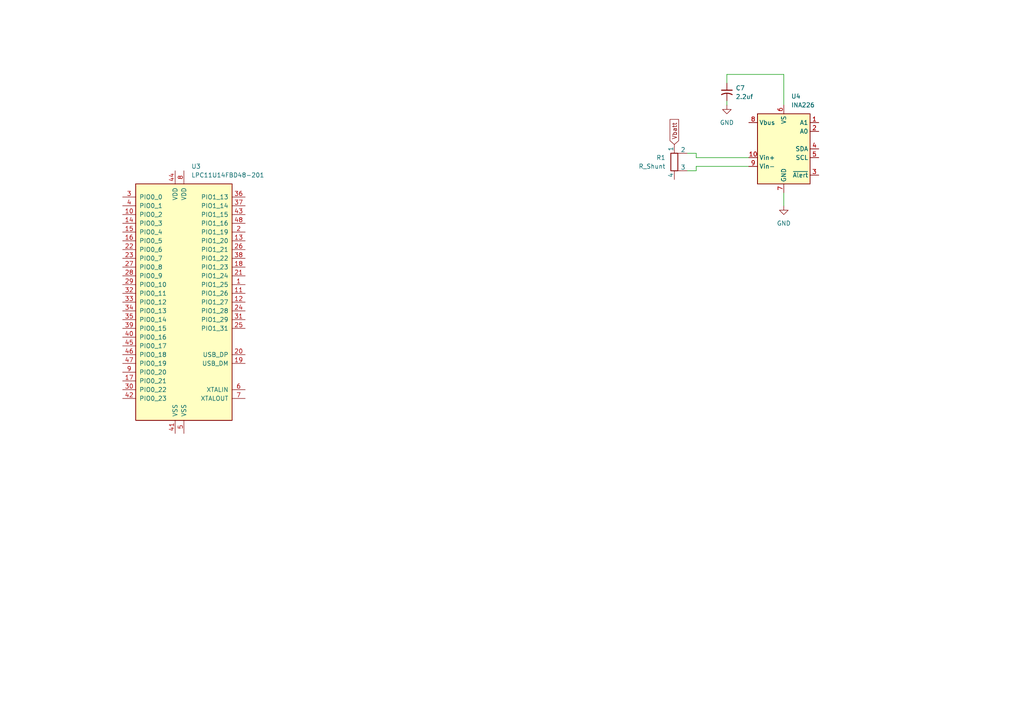
<source format=kicad_sch>
(kicad_sch (version 20250114) (generator "eeschema") (generator_version "9.0")
  (paper "A4")
  (lib_symbols
    (symbol "Device:C_Small_US" (pin_numbers (hide yes)) (pin_names (offset 0.254) (hide yes))
      (property "Reference" "C" (at 0.254 1.778 0))
      (property "Value" "C_Small_US" (at 0.254 -2.032 0))
      (symbol "C_Small_US_0_1"
        (polyline (pts (xy -1.524 0.508) (xy 1.524 0.508)) (stroke (width 0.3048)))
        (arc (start -1.524 -0.762) (mid 0 -0.3734) (end 1.524 -0.762) (stroke (width 0.3048)))
      )
      (symbol "C_Small_US_1_1"
        (pin passive line (at 0 2.54 270) (length 2.032) (name "~") (number "1"))
        (pin passive line (at 0 -2.54 90) (length 2.032) (name "~") (number "2"))
      )
    )
    (symbol "Device:R_Shunt" (pin_numbers (hide yes)) (pin_names (offset 0))
      (property "Reference" "R" (at -4.445 0 90))
      (property "Value" "R_Shunt" (at -2.54 0 90))
      (symbol "R_Shunt_0_1"
        (rectangle (start -1.016 -2.54) (end 1.016 2.54) (stroke (width 0.254)))
        (polyline (pts (xy 0 -2.54) (xy 1.27 -2.54)))
        (polyline (pts (xy 1.27 2.54) (xy 0 2.54)))
      )
      (symbol "R_Shunt_1_1"
        (pin passive line (at 0 5.08 270) (length 2.54) (name "1") (number "1"))
        (pin passive line (at 0 -5.08 90) (length 2.54) (name "4") (number "4"))
        (pin passive line (at 3.81 2.54 180) (length 2.54) (name "2") (number "2"))
        (pin passive line (at 3.81 -2.54 180) (length 2.54) (name "3") (number "3"))
      )
    )
    (symbol "MCU_NXP_LPC:LPC11U14FBD48-201" (pin_names (offset 1.016))
      (property "Reference" "U" (at -12.7 35.56 0))
      (property "Value" "LPC11U14FBD48-201" (at 12.7 35.56 0))
      (symbol "LPC11U14FBD48-201_0_1"
        (rectangle (start -13.97 34.29) (end 13.97 -34.29) (stroke (width 0.254)) (fill (type background)))
      )
      (symbol "LPC11U14FBD48-201_1_1"
        (pin bidirectional line (at -17.78 30.48 0) (length 3.81) (name "PIO0_0") (number "3"))
        (pin bidirectional line (at -17.78 27.94 0) (length 3.81) (name "PIO0_1") (number "4"))
        (pin bidirectional line (at -17.78 25.4 0) (length 3.81) (name "PIO0_2") (number "10"))
        (pin bidirectional line (at -17.78 22.86 0) (length 3.81) (name "PIO0_3") (number "14"))
        (pin bidirectional line (at -17.78 20.32 0) (length 3.81) (name "PIO0_4") (number "15"))
        (pin bidirectional line (at -17.78 17.78 0) (length 3.81) (name "PIO0_5") (number "16"))
        (pin bidirectional line (at -17.78 15.24 0) (length 3.81) (name "PIO0_6") (number "22"))
        (pin bidirectional line (at -17.78 12.7 0) (length 3.81) (name "PIO0_7") (number "23"))
        (pin bidirectional line (at -17.78 10.16 0) (length 3.81) (name "PIO0_8") (number "27"))
        (pin bidirectional line (at -17.78 7.62 0) (length 3.81) (name "PIO0_9") (number "28"))
        (pin bidirectional line (at -17.78 5.08 0) (length 3.81) (name "PIO0_10") (number "29"))
        (pin bidirectional line (at -17.78 2.54 0) (length 3.81) (name "PIO0_11") (number "32"))
        (pin bidirectional line (at -17.78 0 0) (length 3.81) (name "PIO0_12") (number "33"))
        (pin bidirectional line (at -17.78 -2.54 0) (length 3.81) (name "PIO0_13") (number "34"))
        (pin bidirectional line (at -17.78 -5.08 0) (length 3.81) (name "PIO0_14") (number "35"))
        (pin bidirectional line (at -17.78 -7.62 0) (length 3.81) (name "PIO0_15") (number "39"))
        (pin bidirectional line (at -17.78 -10.16 0) (length 3.81) (name "PIO0_16") (number "40"))
        (pin bidirectional line (at -17.78 -12.7 0) (length 3.81) (name "PIO0_17") (number "45"))
        (pin bidirectional line (at -17.78 -15.24 0) (length 3.81) (name "PIO0_18") (number "46"))
        (pin bidirectional line (at -17.78 -17.78 0) (length 3.81) (name "PIO0_19") (number "47"))
        (pin bidirectional line (at -17.78 -20.32 0) (length 3.81) (name "PIO0_20") (number "9"))
        (pin bidirectional line (at -17.78 -22.86 0) (length 3.81) (name "PIO0_21") (number "17"))
        (pin bidirectional line (at -17.78 -25.4 0) (length 3.81) (name "PIO0_22") (number "30"))
        (pin bidirectional line (at -17.78 -27.94 0) (length 3.81) (name "PIO0_23") (number "42"))
        (pin power_in line (at -2.54 38.1 270) (length 3.81) (name "VDD") (number "44"))
        (pin power_in line (at -2.54 -38.1 90) (length 3.81) (name "VSS") (number "41"))
        (pin power_in line (at 0 38.1 270) (length 3.81) (name "VDD") (number "8"))
        (pin power_in line (at 0 -38.1 90) (length 3.81) (name "VSS") (number "5"))
        (pin bidirectional line (at 17.78 30.48 180) (length 3.81) (name "PIO1_13") (number "36"))
        (pin bidirectional line (at 17.78 27.94 180) (length 3.81) (name "PIO1_14") (number "37"))
        (pin bidirectional line (at 17.78 25.4 180) (length 3.81) (name "PIO1_15") (number "43"))
        (pin bidirectional line (at 17.78 22.86 180) (length 3.81) (name "PIO1_16") (number "48"))
        (pin bidirectional line (at 17.78 20.32 180) (length 3.81) (name "PIO1_19") (number "2"))
        (pin bidirectional line (at 17.78 17.78 180) (length 3.81) (name "PIO1_20") (number "13"))
        (pin bidirectional line (at 17.78 15.24 180) (length 3.81) (name "PIO1_21") (number "26"))
        (pin bidirectional line (at 17.78 12.7 180) (length 3.81) (name "PIO1_22") (number "38"))
        (pin bidirectional line (at 17.78 10.16 180) (length 3.81) (name "PIO1_23") (number "18"))
        (pin bidirectional line (at 17.78 7.62 180) (length 3.81) (name "PIO1_24") (number "21"))
        (pin bidirectional line (at 17.78 5.08 180) (length 3.81) (name "PIO1_25") (number "1"))
        (pin bidirectional line (at 17.78 2.54 180) (length 3.81) (name "PIO1_26") (number "11"))
        (pin bidirectional line (at 17.78 0 180) (length 3.81) (name "PIO1_27") (number "12"))
        (pin bidirectional line (at 17.78 -2.54 180) (length 3.81) (name "PIO1_28") (number "24"))
        (pin bidirectional line (at 17.78 -5.08 180) (length 3.81) (name "PIO1_29") (number "31"))
        (pin bidirectional line (at 17.78 -7.62 180) (length 3.81) (name "PIO1_31") (number "25"))
        (pin bidirectional line (at 17.78 -15.24 180) (length 3.81) (name "USB_DP") (number "20"))
        (pin bidirectional line (at 17.78 -17.78 180) (length 3.81) (name "USB_DM") (number "19"))
        (pin input line (at 17.78 -25.4 180) (length 3.81) (name "XTALIN") (number "6"))
        (pin output line (at 17.78 -27.94 180) (length 3.81) (name "XTALOUT") (number "7"))
      )
    )
    (symbol "Sensor_Energy:INA226"
      (property "Reference" "U" (at -6.35 11.43 0))
      (property "Value" "INA226" (at 3.81 11.43 0))
      (symbol "INA226_0_1"
        (rectangle (start 7.62 10.16) (end -7.62 -10.16) (stroke (width 0.254)) (fill (type background)))
      )
      (symbol "INA226_1_1"
        (pin input line (at -10.16 7.62 0) (length 2.54) (name "Vbus") (number "8"))
        (pin input line (at -10.16 -2.54 0) (length 2.54) (name "Vin+") (number "10"))
        (pin input line (at -10.16 -5.08 0) (length 2.54) (name "Vin-") (number "9"))
        (pin power_in line (at 0 12.7 270) (length 2.54) (name "VS") (number "6"))
        (pin power_in line (at 0 -12.7 90) (length 2.54) (name "GND") (number "7"))
        (pin input line (at 10.16 7.62 180) (length 2.54) (name "A1") (number "1"))
        (pin input line (at 10.16 5.08 180) (length 2.54) (name "A0") (number "2"))
        (pin bidirectional line (at 10.16 0 180) (length 2.54) (name "SDA") (number "4"))
        (pin input line (at 10.16 -2.54 180) (length 2.54) (name "SCL") (number "5"))
        (pin open_collector line (at 10.16 -7.62 180) (length 2.54) (name "~{Alert}") (number "3"))
      )
    )
    (symbol "power:GND" (power) (pin_numbers (hide yes)) (pin_names (offset 0) (hide yes))
      (property "Value" "GND" (at 0 -3.81 0))
      (symbol "GND_0_1"
        (polyline (pts (xy 0 0) (xy 0 -1.27) (xy 1.27 -1.27) (xy 0 -2.54) (xy -1.27 -1.27) (xy 0 -1.27)))
      )
      (symbol "GND_1_1"
        (pin power_in line (at 0 0 270) (length 0) (name "~") (number "1"))
      )
    )
  )
  (wire (pts (xy 217.17 45.72) (xy 201.93 45.72)))
  (wire (pts (xy 227.33 30.48) (xy 227.33 21.59)))
  (wire (pts (xy 217.17 48.26) (xy 201.93 48.26)))
  (wire (pts (xy 201.93 45.72) (xy 201.93 44.45)))
  (wire (pts (xy 201.93 48.26) (xy 201.93 49.53)))
  (wire (pts (xy 227.33 55.88) (xy 227.33 59.69)))
  (wire (pts (xy 210.82 29.21) (xy 210.82 30.48)))
  (wire (pts (xy 201.93 49.53) (xy 199.39 49.53)))
  (wire (pts (xy 201.93 44.45) (xy 199.39 44.45)))
  (wire (pts (xy 227.33 21.59) (xy 210.82 21.59)))
  (wire (pts (xy 210.82 21.59) (xy 210.82 24.13)))
  (global_label "Vbatt" (shape input) (at 195.58 41.91 90) (property "Intersheetrefs" "${INTERSHEET_REFS}" (effects (hide yes))))
  (symbol (lib_id "Device:C_Small_US") (at 210.82 26.67 0) (unit 1)
    (property "Reference" "C7" (at 213.36 25.5269 0) (effects (justify left)))
    (property "Value" "2.2uf" (at 213.36 28.0669 0) (effects (justify left)))
    (property "Description" "capacitor, small US symbol" (effects (hide yes)))
  )
  (symbol (lib_id "MCU_NXP_LPC:LPC11U14FBD48-201") (at 53.34 87.63 0) (unit 1)
    (property "Reference" "U3" (at 55.4833 48.26 0) (effects (justify left)))
    (property "Value" "LPC11U14FBD48-201" (at 55.4833 50.8 0) (effects (justify left)))
    (property "Footprint" "Package_QFP:LQFP-48_7x7mm_P0.5mm" (effects (hide yes)))
    (property "Datasheet" "http://www.nxp.com/docs/en/data-sheet/LPC11U1X.pdf" (effects (hide yes)))
    (property "Description" "32-bit ARM Cortex-M0 microcontroller, USB, 32KB flash, 6KB SRAM" (effects (hide yes)))
  )
  (symbol (lib_id "Sensor_Energy:INA226") (at 227.33 43.18 0) (unit 1)
    (property "Reference" "U4" (at 229.4733 27.94 0) (effects (justify left)))
    (property "Value" "INA226" (at 229.4733 30.48 0) (effects (justify left)))
    (property "Footprint" "Package_SO:VSSOP-10_3x3mm_P0.5mm" (effects (hide yes)))
    (property "Datasheet" "http://www.ti.com/lit/ds/symlink/ina226.pdf" (effects (hide yes)))
    (property "Description" "High-Side or Low-Side Measurement, Bi-Directional Current and Power Monitor (0-36V) with I2C Compatible Interface, VSSOP-10" (effects (hide yes)))
  )
  (symbol (lib_id "power:GND") (at 210.82 30.48 0) (unit 1)
    (property "Reference" "#PWR08" (effects (hide yes)))
    (property "Value" "GND" (at 210.82 35.56 0))
    (property "Description" "Power symbol creates a global label with name \"GND\" , ground" (effects (hide yes)))
  )
  (symbol (lib_id "Device:R_Shunt") (at 195.58 46.99 0) (unit 1)
    (property "Reference" "R1" (at 193.04 45.7199 0) (effects (justify right)))
    (property "Value" "R_Shunt" (at 193.04 48.2599 0) (effects (justify right)))
    (property "Description" "Shunt resistor" (effects (hide yes)))
  )
  (symbol (lib_id "power:GND") (at 227.33 59.69 0) (unit 1)
    (property "Reference" "#PWR07" (effects (hide yes)))
    (property "Value" "GND" (at 227.33 64.77 0))
    (property "Description" "Power symbol creates a global label with name \"GND\" , ground" (effects (hide yes)))
  )
)
</source>
